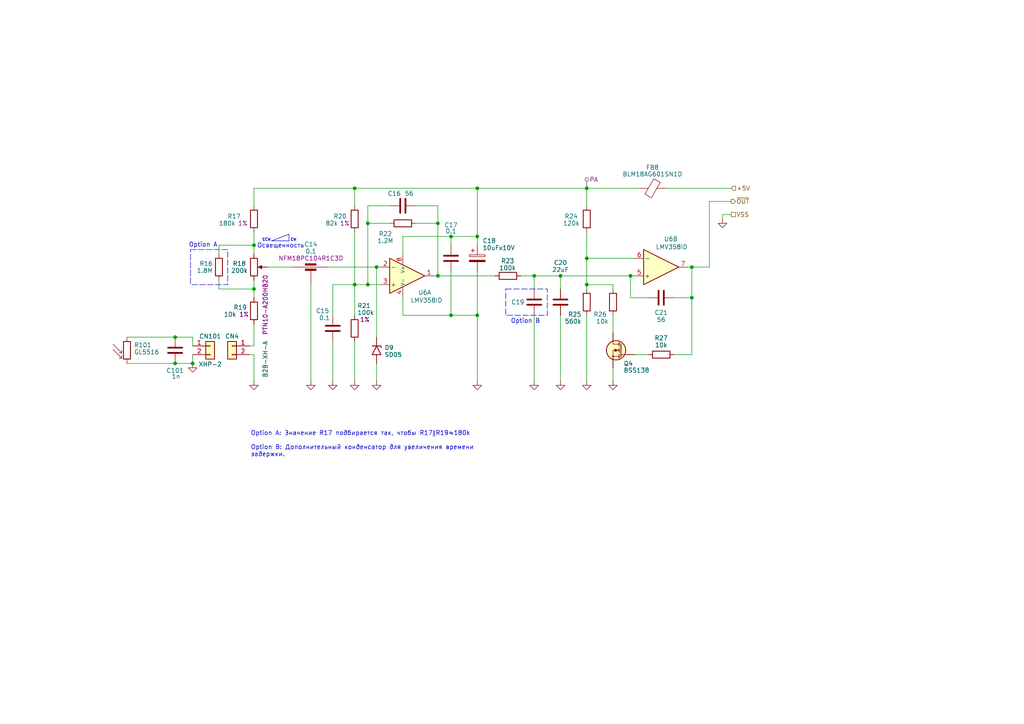
<source format=kicad_sch>
(kicad_sch (version 20231120) (generator "eeschema") (generator_version "8.0")
  (paper "A4")
  (title_block (title "Субмодуля аналогового фотореле. Схема ЭП.") (date "2024-05-12") (rev "1.3") (comment 1 "ФРК.42126.002-03 Э3") (comment 2 "В.Иншаков") (comment 7 "Э04.01.01 Э3"))
  (lib_symbols
    (symbol "Connector_Generic:Conn_01x02" (pin_names (offset 1.016) hide)
      (property "Reference" "J" (at 0 2.54 0))
      (property "Value" "Conn_01x02" (at 0 -5.08 0))
      (symbol "Conn_01x02_1_1"
        (rectangle (start -1.27 -2.413) (end 0 -2.667) (stroke (width 0.1524)))
        (rectangle (start -1.27 0.127) (end 0 -0.127) (stroke (width 0.1524)))
        (rectangle (start -1.27 1.27) (end 1.27 -3.81) (stroke (width 0.254)) (fill (type background)))
        (pin passive line (at -5.08 0 0) (length 3.81) (name "Pin_1") (number "1"))
        (pin passive line (at -5.08 -2.54 0) (length 3.81) (name "Pin_2") (number "2"))
      )
    )
    (symbol "Device:C" (pin_numbers hide) (pin_names (offset 0.254))
      (property "Reference" "C" (at 0.635 2.54 0))
      (property "Value" "C" (at 0.635 -2.54 0))
      (symbol "C_0_1"
        (polyline (pts (xy -2.032 -0.762) (xy 2.032 -0.762)) (stroke (width 0.508)))
        (polyline (pts (xy -2.032 0.762) (xy 2.032 0.762)) (stroke (width 0.508)))
      )
      (symbol "C_1_1"
        (pin passive line (at 0 3.81 270) (length 2.794) (name "~") (number "1"))
        (pin passive line (at 0 -3.81 90) (length 2.794) (name "~") (number "2"))
      )
    )
    (symbol "Device:C_Polarized" (pin_numbers hide) (pin_names (offset 0.254))
      (property "Reference" "C" (at 0.635 2.54 0))
      (property "Value" "C_Polarized" (at 0.635 -2.54 0))
      (symbol "C_Polarized_0_1"
        (rectangle (start -2.286 0.508) (end 2.286 1.016))
        (polyline (pts (xy -1.778 2.286) (xy -0.762 2.286)))
        (polyline (pts (xy -1.27 2.794) (xy -1.27 1.778)))
        (rectangle (start 2.286 -0.508) (end -2.286 -1.016) (fill (type outline)))
      )
      (symbol "C_Polarized_1_1"
        (pin passive line (at 0 3.81 270) (length 2.794) (name "~") (number "1"))
        (pin passive line (at 0 -3.81 90) (length 2.794) (name "~") (number "2"))
      )
    )
    (symbol "Device:FerriteBead" (pin_numbers hide) (pin_names (offset 0))
      (property "Reference" "FB" (at -3.81 0.635 90))
      (property "Value" "FerriteBead" (at 3.81 0 90))
      (symbol "FerriteBead_0_1"
        (polyline (pts (xy 0 -1.27) (xy 0 -1.2192)))
        (polyline (pts (xy 0 1.27) (xy 0 1.2954)))
        (polyline (pts (xy -2.7686 0.4064) (xy -1.7018 2.2606) (xy 2.7686 -0.3048) (xy 1.6764 -2.159) (xy -2.7686 0.4064)))
      )
      (symbol "FerriteBead_1_1"
        (pin passive line (at 0 3.81 270) (length 2.54) (name "~") (number "1"))
        (pin passive line (at 0 -3.81 90) (length 2.54) (name "~") (number "2"))
      )
    )
    (symbol "Device:Filter_EMI_C" (pin_numbers hide) (pin_names (offset 0.254) hide)
      (property "Reference" "C1" (at 0 9.144 0))
      (property "Value" "0.1" (at 0 7.112 0))
      (property "Mfr. part" "NFM18PC104R1C3D" (at 0 5.08 0))
      (symbol "Filter_EMI_C_0_1"
        (rectangle (start -1.651 1.524) (end 1.524 2.032) (fill (type outline)))
        (polyline (pts (xy -2.54 2.54) (xy 2.54 2.54)))
        (polyline (pts (xy 0 0) (xy 0 1.778)))
        (rectangle (start 1.524 3.048) (end -1.651 3.556) (fill (type outline)))
      )
      (symbol "Filter_EMI_C_1_1"
        (pin passive line (at -5.08 2.54 0) (length 2.54) (name "1") (number "1"))
        (pin passive line (at 0 -2.54 90) (length 2.54) (name "2") (number "2"))
        (pin passive line (at 5.08 2.54 180) (length 2.54) (name "3") (number "3"))
      )
    )
    (symbol "Device:R" (pin_numbers hide) (pin_names (offset 0))
      (property "Reference" "R" (at 2.032 0 90))
      (property "Value" "R" (at 0 0 90))
      (symbol "R_0_1"
        (rectangle (start -1.016 -2.54) (end 1.016 2.54) (stroke (width 0.254)))
      )
      (symbol "R_1_1"
        (pin passive line (at 0 3.81 270) (length 1.27) (name "~") (number "1"))
        (pin passive line (at 0 -3.81 90) (length 1.27) (name "~") (number "2"))
      )
    )
    (symbol "Device:R_Potentiometer" (pin_numbers hide) (pin_names (offset 1.016) hide)
      (property "Reference" "R3" (at -2.286 -1.016 0))
      (property "Value" "200k" (at -1.778 1.016 0))
      (property "Mfg. part" " PTN10-A200SB20" (at 3.302 10.922 90))
      (symbol "R_Potentiometer_0_1"
        (polyline (pts (xy 2.54 0) (xy 1.524 0)))
        (polyline (pts (xy 1.143 0) (xy 2.286 0.508) (xy 2.286 -0.508) (xy 1.143 0)) (fill (type outline)))
        (rectangle (start 1.016 2.54) (end -1.016 -2.54) (stroke (width 0.254)))
      )
      (symbol "R_Potentiometer_1_1"
        (pin passive line (at 0 3.81 270) (length 1.27) (name "A") (number "1"))
        (pin passive line (at 3.81 0 180) (length 1.27) (name "S") (number "2"))
        (pin passive line (at 0 -3.81 90) (length 1.27) (name "E") (number "3"))
      )
    )
    (symbol "Diode:SMAJ6.0A" (pin_numbers hide) (pin_names (offset 1.016) hide)
      (property "Reference" "D" (at 0 2.54 0))
      (property "Value" "SMAJ6.0A" (at 0 -2.54 0))
      (symbol "SMAJ6.0A_0_1"
        (polyline (pts (xy -0.762 1.27) (xy -1.27 1.27) (xy -1.27 -1.27)) (stroke (width 0.254)))
        (polyline (pts (xy 1.27 1.27) (xy 1.27 -1.27) (xy -1.27 0) (xy 1.27 1.27)) (stroke (width 0.254)))
      )
      (symbol "SMAJ6.0A_1_1"
        (pin passive line (at -3.81 0 0) (length 2.54) (name "A1") (number "1"))
        (pin passive line (at 3.81 0 180) (length 2.54) (name "A2") (number "2"))
      )
    )
    (symbol "PCM_Amplifier_Operational_AKL:LMV358ID" (pin_names (offset 0.2))
      (property "Reference" "U" (at 2.54 7.62 0))
      (property "Value" "LMV358ID" (at 2.54 5.08 0))
      (symbol "LMV358ID_0_1"
        (polyline (pts (xy -3.81 5.08) (xy -3.81 -5.08) (xy 6.35 0) (xy -3.81 5.08)) (stroke (width 0.254)) (fill (type background)))
      )
      (symbol "LMV358ID_1_1"
        (pin output line (at 8.89 0 180) (length 2.54) (name "~") (number "1"))
        (pin input line (at -6.35 2.54 0) (length 2.54) (name "-") (number "2"))
        (pin input line (at -6.35 -2.54 0) (length 2.54) (name "+") (number "3"))
        (pin power_in line (at 0 -6.35 90) (length 3.18) (name "V-") (number "4"))
        (pin power_in line (at 0 6.35 270) (length 3.18) (name "V+") (number "8"))
      )
      (symbol "LMV358ID_2_1"
        (pin input line (at -6.35 -2.54 0) (length 2.54) (name "+") (number "5"))
        (pin input line (at -6.35 2.54 0) (length 2.54) (name "-") (number "6"))
        (pin output line (at 8.89 0 180) (length 2.54) (name "~") (number "7"))
      )
    )
    (symbol "PCM_Transistor_MOSFET_AKL:BSS138" (pin_numbers hide) (pin_names hide)
      (property "Reference" "Q" (at 5.08 1.27 0))
      (property "Value" "BSS138" (at 5.08 -1.27 0))
      (symbol "BSS138_0_1"
        (polyline (pts (xy 0.254 -1.27) (xy -2.54 -1.27)))
        (polyline (pts (xy 0.254 1.905) (xy 0.254 -1.905)) (stroke (width 0.254)))
        (polyline (pts (xy 0.762 -1.778) (xy 2.54 -1.778)))
        (polyline (pts (xy 0.762 -1.27) (xy 0.762 -2.286)) (stroke (width 0.254)))
        (polyline (pts (xy 0.762 0.508) (xy 0.762 -0.508)) (stroke (width 0.254)))
        (polyline (pts (xy 0.762 2.286) (xy 0.762 1.27)) (stroke (width 0.254)))
        (polyline (pts (xy 2.54 1.778) (xy 0.762 1.778)))
        (polyline (pts (xy 2.54 2.54) (xy 2.54 1.778)))
        (polyline (pts (xy 2.54 -2.54) (xy 2.54 0) (xy 0.762 0)))
        (polyline (pts (xy 1.016 0) (xy 2.032 0.381) (xy 2.032 -0.381) (xy 1.016 0)) (fill (type outline)))
        (circle (center 1.651 0) (radius 2.794) (stroke (width 0.254)) (fill (type background)))
        (circle (center 2.54 -1.778) (radius 0.1778) (fill (type outline)))
      )
      (symbol "BSS138_1_1"
        (pin input line (at -3.81 -1.27 0) (length 2.54) (name "G") (number "1"))
        (pin passive line (at 2.54 -5.08 90) (length 2.54) (name "S") (number "2"))
        (pin passive line (at 2.54 5.08 270) (length 2.54) (name "D") (number "3"))
      )
    )
    (symbol "Sensor_Optical:LDR07" (pin_numbers hide) (pin_names (offset 0))
      (property "Reference" "R" (at -5.08 0 90))
      (property "Value" "LDR07" (at 1.905 0 90))
      (symbol "LDR07_0_1"
        (rectangle (start -1.016 2.54) (end 1.016 -2.54) (stroke (width 0.254)))
        (polyline (pts (xy -1.524 -2.286) (xy -4.064 0.254)))
        (polyline (pts (xy -1.524 -2.286) (xy -2.286 -2.286)))
        (polyline (pts (xy -1.524 -2.286) (xy -1.524 -1.524)))
        (polyline (pts (xy -1.524 -0.762) (xy -4.064 1.778)))
        (polyline (pts (xy -1.524 -0.762) (xy -2.286 -0.762)))
        (polyline (pts (xy -1.524 -0.762) (xy -1.524 0)))
      )
      (symbol "LDR07_1_1"
        (pin passive line (at 0 3.81 270) (length 1.27) (name "~") (number "1"))
        (pin passive line (at 0 -3.81 90) (length 1.27) (name "~") (number "2"))
      )
    )
    (symbol "power:GND" (power) (pin_numbers hide) (pin_names (offset 0) hide)
      (property "Value" "GND" (at 0 -3.81 0))
      (symbol "GND_0_1"
        (polyline (pts (xy 0 0) (xy 0 -1.27) (xy 1.27 -1.27) (xy 0 -2.54) (xy -1.27 -1.27) (xy 0 -1.27)))
      )
      (symbol "GND_1_1"
        (pin power_in line (at 0 0 270) (length 0) (name "~") (number "1"))
      )
    )
  )
  (junction (at 130.81 91.44))
  (junction (at 127 80.01))
  (junction (at 130.81 68.58))
  (junction (at 50.8 97.79))
  (junction (at 102.87 82.55))
  (junction (at 55.88 105.41))
  (junction (at 154.94 80.01))
  (junction (at 102.87 54.61))
  (junction (at 138.43 91.44))
  (junction (at 73.66 83.82))
  (junction (at 50.8 105.41))
  (junction (at 73.66 71.12))
  (junction (at 170.18 54.61))
  (junction (at 200.66 77.47))
  (junction (at 109.22 77.47))
  (junction (at 138.43 68.58))
  (junction (at 127 64.77))
  (junction (at 138.43 54.61))
  (junction (at 162.56 80.01))
  (junction (at 170.18 74.93))
  (junction (at 106.68 64.77))
  (junction (at 182.88 80.01))
  (junction (at 106.68 82.55))
  (junction (at 200.66 86.36))
  (junction (at 170.18 82.55))
  (wire (pts (xy 205.74 58.42) (xy 212.09 58.42)))
  (wire (pts (xy 106.68 82.55) (xy 110.49 82.55)))
  (wire (pts (xy 73.66 102.87) (xy 73.66 110.49)))
  (wire (pts (xy 120.65 59.69) (xy 127 59.69)))
  (wire (pts (xy 200.66 102.87) (xy 200.66 86.36)))
  (wire (pts (xy 162.56 91.44) (xy 162.56 110.49)))
  (wire (pts (xy 130.81 68.58) (xy 130.81 71.12)))
  (wire (pts (xy 170.18 74.93) (xy 184.15 74.93)))
  (wire (pts (xy 36.83 97.79) (xy 50.8 97.79)))
  (wire (pts (xy 193.04 54.61) (xy 212.09 54.61)))
  (wire (pts (xy 138.43 54.61) (xy 170.18 54.61)))
  (wire (pts (xy 109.22 77.47) (xy 109.22 97.79)))
  (wire (pts (xy 102.87 99.06) (xy 102.87 110.49)))
  (wire (pts (xy 55.88 105.41) (xy 55.88 102.87)))
  (wire (pts (xy 170.18 82.55) (xy 170.18 83.82)))
  (wire (pts (xy 102.87 82.55) (xy 106.68 82.55)))
  (wire (pts (xy 200.66 77.47) (xy 199.39 77.47)))
  (wire (pts (xy 72.39 100.33) (xy 73.66 100.33)))
  (wire (pts (xy 154.94 91.44) (xy 154.94 110.49)))
  (wire (pts (xy 170.18 91.44) (xy 170.18 110.49)))
  (wire (pts (xy 72.39 102.87) (xy 73.66 102.87)))
  (wire (pts (xy 73.66 67.31) (xy 73.66 71.12)))
  (wire (pts (xy 200.66 86.36) (xy 200.66 77.47)))
  (wire (pts (xy 102.87 59.69) (xy 102.87 54.61)))
  (wire (pts (xy 177.8 91.44) (xy 177.8 96.52)))
  (wire (pts (xy 127 80.01) (xy 143.51 80.01)))
  (wire (pts (xy 127 64.77) (xy 120.65 64.77)))
  (wire (pts (xy 138.43 91.44) (xy 138.43 110.49)))
  (wire (pts (xy 177.8 83.82) (xy 177.8 82.55)))
  (wire (pts (xy 130.81 91.44) (xy 138.43 91.44)))
  (wire (pts (xy 116.84 91.44) (xy 116.84 86.36)))
  (wire (pts (xy 106.68 64.77) (xy 113.03 64.77)))
  (wire (pts (xy 95.25 77.47) (xy 109.22 77.47)))
  (polyline (pts (xy 78.74 69.85) (xy 83.82 69.85)))
  (wire (pts (xy 63.5 73.66) (xy 63.5 71.12)))
  (wire (pts (xy 154.94 80.01) (xy 162.56 80.01)))
  (wire (pts (xy 127 80.01) (xy 127 64.77)))
  (wire (pts (xy 96.52 99.06) (xy 96.52 110.49)))
  (wire (pts (xy 73.66 83.82) (xy 73.66 86.36)))
  (wire (pts (xy 106.68 59.69) (xy 106.68 64.77)))
  (wire (pts (xy 138.43 54.61) (xy 102.87 54.61)))
  (wire (pts (xy 138.43 78.74) (xy 138.43 91.44)))
  (wire (pts (xy 177.8 106.68) (xy 177.8 110.49)))
  (wire (pts (xy 205.74 77.47) (xy 200.66 77.47)))
  (wire (pts (xy 195.58 86.36) (xy 200.66 86.36)))
  (wire (pts (xy 116.84 91.44) (xy 130.81 91.44)))
  (wire (pts (xy 116.84 68.58) (xy 130.81 68.58)))
  (wire (pts (xy 73.66 59.69) (xy 73.66 54.61)))
  (wire (pts (xy 102.87 67.31) (xy 102.87 82.55)))
  (wire (pts (xy 50.8 105.41) (xy 55.88 105.41)))
  (wire (pts (xy 170.18 74.93) (xy 170.18 82.55)))
  (wire (pts (xy 195.58 102.87) (xy 200.66 102.87)))
  (wire (pts (xy 73.66 100.33) (xy 73.66 93.98)))
  (wire (pts (xy 96.52 91.44) (xy 96.52 82.55)))
  (wire (pts (xy 212.09 62.23) (xy 209.55 62.23)))
  (wire (pts (xy 109.22 105.41) (xy 109.22 110.49)))
  (wire (pts (xy 151.13 80.01) (xy 154.94 80.01)))
  (wire (pts (xy 209.55 62.23) (xy 209.55 63.5)))
  (wire (pts (xy 130.81 78.74) (xy 130.81 91.44)))
  (wire (pts (xy 127 59.69) (xy 127 64.77)))
  (wire (pts (xy 170.18 54.61) (xy 170.18 59.69)))
  (wire (pts (xy 73.66 81.28) (xy 73.66 83.82)))
  (wire (pts (xy 170.18 54.61) (xy 185.42 54.61)))
  (wire (pts (xy 205.74 77.47) (xy 205.74 58.42)))
  (wire (pts (xy 138.43 68.58) (xy 138.43 71.12)))
  (wire (pts (xy 109.22 77.47) (xy 110.49 77.47)))
  (wire (pts (xy 63.5 81.28) (xy 63.5 83.82)))
  (wire (pts (xy 63.5 83.82) (xy 73.66 83.82)))
  (wire (pts (xy 177.8 82.55) (xy 170.18 82.55)))
  (wire (pts (xy 50.8 97.79) (xy 55.88 97.79)))
  (wire (pts (xy 63.5 71.12) (xy 73.66 71.12)))
  (wire (pts (xy 55.88 97.79) (xy 55.88 100.33)))
  (wire (pts (xy 182.88 80.01) (xy 184.15 80.01)))
  (wire (pts (xy 184.15 102.87) (xy 187.96 102.87)))
  (wire (pts (xy 130.81 68.58) (xy 138.43 68.58)))
  (wire (pts (xy 106.68 64.77) (xy 106.68 82.55)))
  (wire (pts (xy 154.94 83.82) (xy 154.94 80.01)))
  (wire (pts (xy 170.18 67.31) (xy 170.18 74.93)))
  (wire (pts (xy 116.84 73.66) (xy 116.84 68.58)))
  (wire (pts (xy 96.52 82.55) (xy 102.87 82.55)))
  (wire (pts (xy 182.88 86.36) (xy 187.96 86.36)))
  (wire (pts (xy 138.43 54.61) (xy 138.43 68.58)))
  (wire (pts (xy 36.83 105.41) (xy 50.8 105.41)))
  (wire (pts (xy 73.66 71.12) (xy 73.66 73.66)))
  (wire (pts (xy 113.03 59.69) (xy 106.68 59.69)))
  (wire (pts (xy 182.88 80.01) (xy 182.88 86.36)))
  (wire (pts (xy 102.87 82.55) (xy 102.87 91.44)))
  (wire (pts (xy 162.56 80.01) (xy 182.88 80.01)))
  (polyline (pts (xy 78.74 69.85) (xy 83.82 67.945)))
  (polyline (pts (xy 83.82 69.85) (xy 83.82 67.945)))
  (wire (pts (xy 125.73 80.01) (xy 127 80.01)))
  (wire (pts (xy 90.17 82.55) (xy 90.17 110.49)))
  (wire (pts (xy 77.47 77.47) (xy 85.09 77.47)))
  (wire (pts (xy 162.56 80.01) (xy 162.56 83.82)))
  (wire (pts (xy 73.66 54.61) (xy 102.87 54.61)))
  (rectangle (start 146.685 83.82) (end 158.75 91.44) (stroke (width 0) (type dash)))
  (rectangle (start 55.245 72.39) (end 66.04 82.55) (stroke (width 0) (type dash)))
  (text_box "Option A: Значение R17 подбирается так, чтобы R17ǁR19≈180k\n\nOption B: Дополнительный конденсатор для увеличения времени задержки." (exclude_from_sim yes) (at 71.755 123.825 0) (size 66.675 41.275) (stroke (width -0.0001)) (effects (font (size 1.27 1.27)) (justify left top)))
  (text "Option A" (exclude_from_sim yes) (at 58.928 71.12 0) (effects (font (size 1.27 1.27))))
  (text "CCW" (at 78.613 70.104 0) (effects (font (size 0.762 0.762)) (justify right bottom)))
  (text "Освещенность" (at 81.407 70.612 0) (effects (font (size 1.27 1.27)) (justify top)))
  (text "CW" (at 84.201 70.104 0) (effects (font (size 0.762 0.762)) (justify left bottom)))
  (text "Option B" (exclude_from_sim yes) (at 152.4 93.218 0) (effects (font (size 1.27 1.27))))
  (hierarchical_label "~{OUT}" (shape output) (at 212.09 58.42 0))
  (hierarchical_label "VSS" (shape passive) (at 212.09 62.23 0))
  (hierarchical_label "+5V" (shape input) (at 212.09 54.61 0))
  (netclass_flag "" (length 2.54) (shape round) (at 170.18 54.61 0) (property "Netclass" "PA" (at 170.8785 52.07 0) (effects (font (italic yes)) (justify left))))
  (symbol (lib_id "PCM_Transistor_MOSFET_AKL:BSS138") (at 180.34 101.6 0) (mirror y) (unit 1)
    (property "Reference" "Q4" (at 180.848 106.172 0) (effects (justify right bottom)))
    (property "Value" "BSS138" (at 180.848 106.68 0) (effects (justify right top)))
    (property "Footprint" "Package_TO_SOT_SMD:SOT-23" (effects (hide yes)))
    (property "Datasheet" "https://www.tme.eu/Document/2b32cdd3c66afedbcd628e73d93ae817/BSS138-7-F.pdf" (effects (hide yes)))
    (property "Description" "SOT-23 N-MOSFET enchancement mode transistor, 50V, 200mA, 300mW, Alternate KiCAD Library" (effects (hide yes)))
  )
  (symbol (lib_id "Device:C") (at 162.56 87.63 0) (unit 1)
    (property "Reference" "C20" (at 162.56 76.2 0))
    (property "Value" "22uF" (at 162.56 78.232 0))
    (property "Footprint" "Capacitor_SMD:C_0805_2012Metric" (effects (hide yes)))
    (property "Description" "Ceramical capacitor" (effects (hide yes)))
  )
  (symbol (lib_id "Device:R") (at 63.5 77.47 0) (unit 1)
    (property "Reference" "R16" (at 61.722 76.454 0) (effects (justify right)))
    (property "Value" "1.8M" (at 61.722 78.486 0) (effects (justify right)))
    (property "Footprint" "Resistor_SMD:R_0603_1608Metric" (effects (hide yes)))
    (property "Description" "Resistor" (effects (hide yes)))
  )
  (symbol (lib_id "Device:R") (at 177.8 87.63 0) (unit 1)
    (property "Reference" "R26" (at 176.022 91.186 0) (effects (justify right)))
    (property "Value" "10k" (at 176.53 93.218 0) (effects (justify right)))
    (property "Footprint" "Resistor_SMD:R_0603_1608Metric" (effects (hide yes)))
    (property "Description" "Resistor" (effects (hide yes)))
  )
  (symbol (lib_id "Device:R") (at 73.66 63.5 0) (unit 1)
    (property "Reference" "R17" (at 69.85 62.738 0) (effects (justify right)))
    (property "Value" "180k" (at 68.326 64.77 0) (effects (justify right)))
    (property "Footprint" "Resistor_SMD:R_0603_1608Metric" (effects (hide yes)))
    (property "Description" "Resistor 1%" (effects (hide yes)))
    (property "Tolerance" "1%" (at 71.882 64.77 0) (effects (justify right)))
  )
  (symbol (lib_id "Connector_Generic:Conn_01x02") (at 60.96 100.33 0) (unit 1) (exclude_from_sim yes) (in_bom no)
    (property "Reference" "CN101" (at 60.96 97.536 0))
    (property "Value" "XHP-2" (at 60.96 105.664 0))
    (property "Footprint" "lib:PinSolder_1x2_P2.54mm" (effects (hide yes)))
    (property "Datasheet" "https://www.lcsc.com/datasheet/lcsc_datasheet_2304140030_JST-XHP-2_C144401.pdf" (effects (hide yes)))
    (property "Description" "JST XH housing connector pitch 2.5mm" (effects (hide yes)))
  )
  (symbol (lib_id "power:GND") (at 162.56 110.49 0) (unit 1)
    (property "Reference" "#PWR027" (effects (hide yes)))
    (property "Value" "GND" (effects (hide yes)))
    (property "Description" "Power symbol creates a global label with name \"GND\" , ground" (effects (hide yes)))
  )
  (symbol (lib_id "PCM_Amplifier_Operational_AKL:LMV358ID") (at 190.5 77.47 0) (unit 2)
    (property "Reference" "U6" (at 194.564 69.342 0))
    (property "Value" "LMV358ID" (at 194.818 71.628 0))
    (property "Footprint" "PCM_Package_SO_AKL:SO-8_3.9x4.9mm_P1.27mm" (effects (hide yes)))
    (property "Datasheet" "https://www.ti.com/lit/ds/symlink/lmv321.pdf?ts=1636614252990&ref_url=https%253A%252F%252Fwww.ti.com%252Fproduct%252FLMV321" (effects (hide yes)))
    (property "Description" "SO-8 Quad CMOS Rail-to-Rail Operational Amplifier, 7mV Offset, 1MHz GBW, Alternate KiCAD Library" (effects (hide yes)))
  )
  (symbol (lib_id "Device:C") (at 116.84 59.69 90) (unit 1)
    (property "Reference" "C16" (at 116.332 56.134 90) (effects (justify left)))
    (property "Value" "56" (at 117.348 56.134 90) (effects (justify right)))
    (property "Footprint" "Capacitor_SMD:C_0603_1608Metric" (effects (hide yes)))
    (property "Description" "Ceramical capacitor" (effects (hide yes)))
  )
  (symbol (lib_id "Sensor_Optical:LDR07") (at 36.83 101.6 0) (unit 1) (exclude_from_sim yes)
    (property "Reference" "R101" (at 38.862 100.076 0) (effects (justify left)))
    (property "Value" "GL5516" (at 38.862 102.108 0) (effects (justify left)))
    (property "Footprint" "OptoDevice:R_LDR_5.1x4.3mm_P3.4mm_Vertical" (effects (hide yes)))
    (property "Datasheet" "http://www.tme.eu/de/Document/f2e3ad76a925811312d226c31da4cd7e/LDR07.pdf" (effects (hide yes)))
    (property "Description" "light dependent resistor" (effects (hide yes)))
  )
  (symbol (lib_id "Diode:SMAJ6.0A") (at 109.22 101.6 270) (unit 1) (exclude_from_sim yes)
    (property "Reference" "D9" (at 111.506 100.838 90) (effects (justify left)))
    (property "Value" "SD05" (at 111.506 102.87 90) (effects (justify left)))
    (property "Footprint" "Diode_SMD:D_SOD-323_HandSoldering" (effects (hide yes)))
    (property "Datasheet" "https://www.tme.eu/Document/eacd5c9033c0f01cb2a4469e7989f2d1/sd05.pdf" (effects (hide yes)))
    (property "Description" "SOD-323 Unidirectional TVS diode, 5V, 350W, Alternate KiCAD Library" (effects (hide yes)))
  )
  (symbol (lib_id "Device:R") (at 191.77 102.87 90) (unit 1)
    (property "Reference" "R27" (at 191.77 98.044 90))
    (property "Value" "10k" (at 191.77 100.076 90))
    (property "Footprint" "Resistor_SMD:R_0603_1608Metric" (effects (hide yes)))
    (property "Description" "Resistor" (effects (hide yes)))
  )
  (symbol (lib_id "Device:R") (at 170.18 87.63 0) (unit 1)
    (property "Reference" "R25" (at 168.656 91.186 0) (effects (justify right)))
    (property "Value" "560k" (at 168.656 93.218 0) (effects (justify right)))
    (property "Footprint" "Resistor_SMD:R_0603_1608Metric" (effects (hide yes)))
    (property "Description" "Resistor" (effects (hide yes)))
  )
  (symbol (lib_id "Device:R") (at 102.87 63.5 0) (unit 1)
    (property "Reference" "R20" (at 100.584 62.738 0) (effects (justify right)))
    (property "Value" "82k" (at 98.044 64.77 0) (effects (justify right)))
    (property "Footprint" "Resistor_SMD:R_0603_1608Metric" (effects (hide yes)))
    (property "Description" "Resistor 1%" (effects (hide yes)))
    (property "Tolerance" "1%" (at 98.552 64.77 0) (effects (justify left)))
  )
  (symbol (lib_id "power:GND") (at 73.66 110.49 0) (unit 1)
    (property "Reference" "#PWR020" (effects (hide yes)))
    (property "Value" "GND" (effects (hide yes)))
    (property "Description" "Power symbol creates a global label with name \"GND\" , ground" (effects (hide yes)))
  )
  (symbol (lib_id "Device:R") (at 116.84 64.77 90) (unit 1)
    (property "Reference" "R22" (at 111.76 67.818 90))
    (property "Value" "1.2M" (at 111.76 69.85 90))
    (property "Footprint" "Resistor_SMD:R_0603_1608Metric" (effects (hide yes)))
    (property "Description" "Resistor" (effects (hide yes)))
  )
  (symbol (lib_id "power:GND") (at 109.22 110.49 0) (unit 1)
    (property "Reference" "#PWR024" (effects (hide yes)))
    (property "Value" "GND" (effects (hide yes)))
    (property "Description" "Power symbol creates a global label with name \"GND\" , ground" (effects (hide yes)))
  )
  (symbol (lib_id "Device:C") (at 154.94 87.63 0) (unit 1) (exclude_from_sim yes)
    (property "Reference" "C19" (at 152.146 87.63 0) (effects (justify right)))
    (property "Value" "10uF" (effects (hide yes)))
    (property "Footprint" "Capacitor_SMD:C_0805_2012Metric" (effects (hide yes)))
    (property "Description" "Ceramical capacitor" (effects (hide yes)))
  )
  (symbol (lib_id "power:GND") (at 170.18 110.49 0) (unit 1)
    (property "Reference" "#PWR028" (effects (hide yes)))
    (property "Value" "GND" (effects (hide yes)))
    (property "Description" "Power symbol creates a global label with name \"GND\" , ground" (effects (hide yes)))
  )
  (symbol (lib_id "Device:C") (at 130.81 74.93 0) (unit 1)
    (property "Reference" "C17" (at 130.81 65.278 0))
    (property "Value" "0.1" (at 130.81 67.056 0))
    (property "Footprint" "Capacitor_SMD:C_0603_1608Metric" (effects (hide yes)))
    (property "Description" "Ceramical capacitor" (effects (hide yes)))
  )
  (symbol (lib_id "Device:Filter_EMI_C") (at 90.17 80.01 0) (unit 1) (exclude_from_sim yes)
    (property "Reference" "C14" (at 90.17 70.866 0))
    (property "Value" "0.1" (at 90.17 72.898 0))
    (property "Footprint" "lib:C_0603_3-terminal" (effects (hide yes)))
    (property "Datasheet" "http://www.murata.com/~/media/webrenewal/support/library/catalog/products/emc/emifil/c31e.ashx?la=en-gb" (effects (hide yes)))
    (property "Description" "EMI filter, feed-through capacitor" (effects (hide yes)))
    (property "Part Number" "NFM18PC104R1C3D" (at 90.17 74.93 0))
  )
  (symbol (lib_id "PCM_Amplifier_Operational_AKL:LMV358ID") (at 116.84 80.01 0) (unit 1)
    (property "Reference" "U6" (at 123.19 84.836 0))
    (property "Value" "LMV358ID" (at 123.698 87.122 0))
    (property "Footprint" "PCM_Package_SO_AKL:SO-8_3.9x4.9mm_P1.27mm" (effects (hide yes)))
    (property "Datasheet" "https://www.ti.com/lit/ds/symlink/lmv321.pdf?ts=1636614252990&ref_url=https%253A%252F%252Fwww.ti.com%252Fproduct%252FLMV321" (effects (hide yes)))
    (property "Description" "SO-8 Quad CMOS Rail-to-Rail Operational Amplifier, 7mV Offset, 1MHz GBW, Alternate KiCAD Library" (effects (hide yes)))
  )
  (symbol (lib_id "power:GND") (at 55.88 105.41 0) (unit 1)
    (property "Reference" "#PWR031" (effects (hide yes)))
    (property "Value" "GND2" (effects (hide yes)))
    (property "Description" "Power symbol creates a global label with name \"GND\" , ground" (effects (hide yes)))
  )
  (symbol (lib_id "Device:FerriteBead") (at 189.23 54.61 270) (unit 1)
    (property "Reference" "FB8" (at 189.23 49.276 90) (effects (justify bottom)))
    (property "Value" "BLM18AG601SN1D" (at 189.23 49.784 90) (effects (justify top)))
    (property "Footprint" "Inductor_SMD:L_0603_1608Metric" (effects (hide yes)))
    (property "Description" "Ferrite bead 0603 600Ohm/100MHz" (effects (hide yes)))
  )
  (symbol (lib_id "Device:C") (at 191.77 86.36 90) (unit 1)
    (property "Reference" "C21" (at 191.77 90.678 90))
    (property "Value" "56" (at 191.77 92.71 90))
    (property "Footprint" "Capacitor_SMD:C_0603_1608Metric" (effects (hide yes)))
    (property "Description" "Ceramical capacitor" (effects (hide yes)))
  )
  (symbol (lib_id "Connector_Generic:Conn_01x02") (at 67.31 100.33 0) (mirror y) (unit 1) (exclude_from_sim yes)
    (property "Reference" "CN4" (at 67.31 97.536 0))
    (property "Value" "B2B-XH-A" (at 76.962 98.806 90) (effects (justify right)))
    (property "Footprint" "Connector_JST:JST_XH_B2B-XH-AM_1x02_P2.50mm_Vertical" (effects (hide yes)))
    (property "Datasheet" "https://www.lcsc.com/datasheet/lcsc_datasheet_2304140030_JST-XHP-2_C144401.pdf" (effects (hide yes)))
    (property "Description" "JST XHconnector pitch 2.5mm" (effects (hide yes)))
  )
  (symbol (lib_id "Device:R") (at 73.66 90.17 0) (unit 1)
    (property "Reference" "R19" (at 71.628 89.154 0) (effects (justify right)))
    (property "Value" "10k" (at 68.58 91.186 0) (effects (justify right)))
    (property "Footprint" "Resistor_SMD:R_0603_1608Metric" (effects (hide yes)))
    (property "Description" "Resistor 1%" (effects (hide yes)))
    (property "Tolerance" "1%" (at 69.342 91.186 0) (effects (justify left)))
  )
  (symbol (lib_id "Device:R") (at 102.87 95.25 0) (unit 1)
    (property "Reference" "R21" (at 103.632 88.646 0) (effects (justify left)))
    (property "Value" "100k" (at 103.632 90.678 0) (effects (justify left)))
    (property "Footprint" "Resistor_SMD:R_0603_1608Metric" (effects (hide yes)))
    (property "Description" "Resistor 1%" (effects (hide yes)))
    (property "Tolerance" "1%" (at 104.394 91.948 0) (effects (justify left top)))
  )
  (symbol (lib_id "Device:C") (at 50.8 101.6 0) (unit 1)
    (property "Reference" "C101" (at 53.34 108.204 0) (effects (justify right bottom)))
    (property "Value" "1n" (at 51.054 108.458 0) (effects (justify top)))
    (property "Footprint" "Capacitor_SMD:C_0603_1608Metric" (effects (hide yes)))
    (property "Description" "Ceramical capacitor" (effects (hide yes)))
  )
  (symbol (lib_id "power:GND") (at 96.52 110.49 0) (unit 1)
    (property "Reference" "#PWR022" (effects (hide yes)))
    (property "Value" "GND" (effects (hide yes)))
    (property "Description" "Power symbol creates a global label with name \"GND\" , ground" (effects (hide yes)))
  )
  (symbol (lib_id "Device:R") (at 147.32 80.01 90) (unit 1)
    (property "Reference" "R23" (at 145.288 75.692 90) (effects (justify right)))
    (property "Value" "100k" (at 144.78 77.724 90) (effects (justify right)))
    (property "Footprint" "Resistor_SMD:R_0603_1608Metric" (effects (hide yes)))
    (property "Description" "Resistor" (effects (hide yes)))
  )
  (symbol (lib_id "power:GND") (at 138.43 110.49 0) (unit 1)
    (property "Reference" "#PWR025" (effects (hide yes)))
    (property "Value" "GND" (effects (hide yes)))
    (property "Description" "Power symbol creates a global label with name \"GND\" , ground" (effects (hide yes)))
  )
  (symbol (lib_id "Device:R") (at 170.18 63.5 0) (unit 1)
    (property "Reference" "R24" (at 167.64 62.738 0) (effects (justify right)))
    (property "Value" "120k" (at 168.148 64.77 0) (effects (justify right)))
    (property "Footprint" "Resistor_SMD:R_0603_1608Metric" (effects (hide yes)))
    (property "Description" "Resistor" (effects (hide yes)))
  )
  (symbol (lib_id "power:GND") (at 209.55 63.5 0) (unit 1)
    (property "Reference" "#PWR030" (effects (hide yes)))
    (property "Value" "GND" (effects (hide yes)))
    (property "Description" "Power symbol creates a global label with name \"GND\" , ground" (effects (hide yes)))
  )
  (symbol (lib_id "power:GND") (at 90.17 110.49 0) (unit 1)
    (property "Reference" "#PWR021" (effects (hide yes)))
    (property "Value" "GND" (effects (hide yes)))
    (property "Description" "Power symbol creates a global label with name \"GND\" , ground" (effects (hide yes)))
  )
  (symbol (lib_id "power:GND") (at 102.87 110.49 0) (unit 1)
    (property "Reference" "#PWR023" (effects (hide yes)))
    (property "Value" "GND" (effects (hide yes)))
    (property "Description" "Power symbol creates a global label with name \"GND\" , ground" (effects (hide yes)))
  )
  (symbol (lib_id "Device:R_Potentiometer") (at 73.66 77.47 0) (mirror x) (unit 1)
    (property "Reference" "R18" (at 71.374 76.454 0) (effects (justify right)))
    (property "Value" "200k" (at 71.882 78.486 0) (effects (justify right)))
    (property "Footprint" "lib:TRIM_PTN10-A01HB20" (effects (hide yes)))
    (property "Datasheet" "https://www.cuidevices.com/product/resource/pdf/ptn10.pdf" (effects (hide yes)))
    (property "Description" "Potentiometer SERIES: PTN10" (effects (hide yes)))
    (property "Part Number" "PTN10-A200HB20" (at 76.962 88.392 90))
  )
  (symbol (lib_id "Device:C_Polarized") (at 138.43 74.93 0) (unit 1) (exclude_from_sim yes)
    (property "Reference" "C18" (at 139.954 69.85 0) (effects (justify left)))
    (property "Value" "10uFx10V" (at 139.954 71.882 0) (effects (justify left)))
    (property "Footprint" "Capacitor_Tantalum_SMD:CP_EIA-3216-10_Kemet-I_Pad1.58x1.35mm_HandSolder" (effects (hide yes)))
    (property "Description" "Polarized Tantalum capacitor (case A)" (effects (hide yes)))
    (property "Part Number" "TC212A106K010Y" (effects (hide yes)))
  )
  (symbol (lib_id "power:GND") (at 154.94 110.49 0) (unit 1)
    (property "Reference" "#PWR026" (effects (hide yes)))
    (property "Value" "GND" (effects (hide yes)))
    (property "Description" "Power symbol creates a global label with name \"GND\" , ground" (effects (hide yes)))
  )
  (symbol (lib_id "power:GND") (at 177.8 110.49 0) (unit 1)
    (property "Reference" "#PWR029" (effects (hide yes)))
    (property "Value" "GND" (effects (hide yes)))
    (property "Description" "Power symbol creates a global label with name \"GND\" , ground" (effects (hide yes)))
  )
  (symbol (lib_id "Device:C") (at 96.52 95.25 0) (unit 1)
    (property "Reference" "C15" (at 95.504 90.17 0) (effects (justify right)))
    (property "Value" "0.1" (at 95.758 92.202 0) (effects (justify right)))
    (property "Footprint" "Capacitor_SMD:C_0603_1608Metric" (effects (hide yes)))
    (property "Description" "Ceramical capacitor" (effects (hide yes)))
  )
)
</source>
